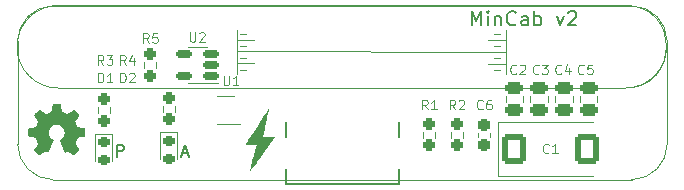
<source format=gto>
G04 #@! TF.GenerationSoftware,KiCad,Pcbnew,(6.0.0)*
G04 #@! TF.CreationDate,2022-02-03T13:29:45+01:00*
G04 #@! TF.ProjectId,MinCab,4d696e43-6162-42e6-9b69-6361645f7063,rev?*
G04 #@! TF.SameCoordinates,Original*
G04 #@! TF.FileFunction,Legend,Top*
G04 #@! TF.FilePolarity,Positive*
%FSLAX46Y46*%
G04 Gerber Fmt 4.6, Leading zero omitted, Abs format (unit mm)*
G04 Created by KiCad (PCBNEW (6.0.0)) date 2022-02-03 13:29:45*
%MOMM*%
%LPD*%
G01*
G04 APERTURE LIST*
G04 Aperture macros list*
%AMRoundRect*
0 Rectangle with rounded corners*
0 $1 Rounding radius*
0 $2 $3 $4 $5 $6 $7 $8 $9 X,Y pos of 4 corners*
0 Add a 4 corners polygon primitive as box body*
4,1,4,$2,$3,$4,$5,$6,$7,$8,$9,$2,$3,0*
0 Add four circle primitives for the rounded corners*
1,1,$1+$1,$2,$3*
1,1,$1+$1,$4,$5*
1,1,$1+$1,$6,$7*
1,1,$1+$1,$8,$9*
0 Add four rect primitives between the rounded corners*
20,1,$1+$1,$2,$3,$4,$5,0*
20,1,$1+$1,$4,$5,$6,$7,0*
20,1,$1+$1,$6,$7,$8,$9,0*
20,1,$1+$1,$8,$9,$2,$3,0*%
G04 Aperture macros list end*
G04 #@! TA.AperFunction,Profile*
%ADD10C,0.050000*%
G04 #@! TD*
%ADD11C,0.200000*%
%ADD12C,0.120000*%
%ADD13RoundRect,0.250000X0.475000X-0.250000X0.475000X0.250000X-0.475000X0.250000X-0.475000X-0.250000X0*%
%ADD14RoundRect,0.150000X0.512500X0.150000X-0.512500X0.150000X-0.512500X-0.150000X0.512500X-0.150000X0*%
%ADD15R,0.200000X0.700000*%
%ADD16C,6.000000*%
%ADD17RoundRect,0.237500X-0.237500X0.250000X-0.237500X-0.250000X0.237500X-0.250000X0.237500X0.250000X0*%
%ADD18RoundRect,0.237500X0.237500X-0.250000X0.237500X0.250000X-0.237500X0.250000X-0.237500X-0.250000X0*%
%ADD19R,0.650000X0.400000*%
%ADD20RoundRect,0.218750X-0.256250X0.218750X-0.256250X-0.218750X0.256250X-0.218750X0.256250X0.218750X0*%
%ADD21C,0.650000*%
%ADD22R,0.600000X1.150000*%
%ADD23R,0.300000X1.150000*%
%ADD24O,1.050000X2.100000*%
%ADD25O,1.000000X2.000000*%
%ADD26RoundRect,0.237500X-0.237500X0.300000X-0.237500X-0.300000X0.237500X-0.300000X0.237500X0.300000X0*%
%ADD27RoundRect,0.250000X-0.787500X-1.025000X0.787500X-1.025000X0.787500X1.025000X-0.787500X1.025000X0*%
G04 APERTURE END LIST*
D10*
X117300000Y-91200000D02*
G75*
G03*
X120300000Y-94200000I3000001J1D01*
G01*
X172300000Y-82500000D02*
X172300000Y-91200000D01*
X169300000Y-94200000D02*
X120300000Y-94200000D01*
X172300000Y-82500000D02*
G75*
G03*
X169300000Y-79500000I-3000001J-1D01*
G01*
X169300000Y-94200000D02*
G75*
G03*
X172300000Y-91200000I-1J3000001D01*
G01*
X120300000Y-79500000D02*
X169300000Y-79500000D01*
X120300000Y-79500000D02*
G75*
G03*
X117300000Y-82500000I1J-3000001D01*
G01*
X117300000Y-82500000D02*
X117300000Y-91200000D01*
D11*
X131261904Y-91966666D02*
X131738095Y-91966666D01*
X131166666Y-92252380D02*
X131500000Y-91252380D01*
X131833333Y-92252380D01*
X155750000Y-81142857D02*
X155750000Y-79942857D01*
X156150000Y-80800000D01*
X156550000Y-79942857D01*
X156550000Y-81142857D01*
X157121428Y-81142857D02*
X157121428Y-80342857D01*
X157121428Y-79942857D02*
X157064285Y-80000000D01*
X157121428Y-80057142D01*
X157178571Y-80000000D01*
X157121428Y-79942857D01*
X157121428Y-80057142D01*
X157692857Y-80342857D02*
X157692857Y-81142857D01*
X157692857Y-80457142D02*
X157750000Y-80400000D01*
X157864285Y-80342857D01*
X158035714Y-80342857D01*
X158150000Y-80400000D01*
X158207142Y-80514285D01*
X158207142Y-81142857D01*
X159464285Y-81028571D02*
X159407142Y-81085714D01*
X159235714Y-81142857D01*
X159121428Y-81142857D01*
X158950000Y-81085714D01*
X158835714Y-80971428D01*
X158778571Y-80857142D01*
X158721428Y-80628571D01*
X158721428Y-80457142D01*
X158778571Y-80228571D01*
X158835714Y-80114285D01*
X158950000Y-80000000D01*
X159121428Y-79942857D01*
X159235714Y-79942857D01*
X159407142Y-80000000D01*
X159464285Y-80057142D01*
X160492857Y-81142857D02*
X160492857Y-80514285D01*
X160435714Y-80400000D01*
X160321428Y-80342857D01*
X160092857Y-80342857D01*
X159978571Y-80400000D01*
X160492857Y-81085714D02*
X160378571Y-81142857D01*
X160092857Y-81142857D01*
X159978571Y-81085714D01*
X159921428Y-80971428D01*
X159921428Y-80857142D01*
X159978571Y-80742857D01*
X160092857Y-80685714D01*
X160378571Y-80685714D01*
X160492857Y-80628571D01*
X161064285Y-81142857D02*
X161064285Y-79942857D01*
X161064285Y-80400000D02*
X161178571Y-80342857D01*
X161407142Y-80342857D01*
X161521428Y-80400000D01*
X161578571Y-80457142D01*
X161635714Y-80571428D01*
X161635714Y-80914285D01*
X161578571Y-81028571D01*
X161521428Y-81085714D01*
X161407142Y-81142857D01*
X161178571Y-81142857D01*
X161064285Y-81085714D01*
X162950000Y-80342857D02*
X163235714Y-81142857D01*
X163521428Y-80342857D01*
X163921428Y-80057142D02*
X163978571Y-80000000D01*
X164092857Y-79942857D01*
X164378571Y-79942857D01*
X164492857Y-80000000D01*
X164550000Y-80057142D01*
X164607142Y-80171428D01*
X164607142Y-80285714D01*
X164550000Y-80457142D01*
X163864285Y-81142857D01*
X164607142Y-81142857D01*
X125738095Y-92252380D02*
X125738095Y-91252380D01*
X126119047Y-91252380D01*
X126214285Y-91300000D01*
X126261904Y-91347619D01*
X126309523Y-91442857D01*
X126309523Y-91585714D01*
X126261904Y-91680952D01*
X126214285Y-91728571D01*
X126119047Y-91776190D01*
X125738095Y-91776190D01*
D12*
X159516666Y-85185714D02*
X159478571Y-85223809D01*
X159364285Y-85261904D01*
X159288095Y-85261904D01*
X159173809Y-85223809D01*
X159097619Y-85147619D01*
X159059523Y-85071428D01*
X159021428Y-84919047D01*
X159021428Y-84804761D01*
X159059523Y-84652380D01*
X159097619Y-84576190D01*
X159173809Y-84500000D01*
X159288095Y-84461904D01*
X159364285Y-84461904D01*
X159478571Y-84500000D01*
X159516666Y-84538095D01*
X159821428Y-84538095D02*
X159859523Y-84500000D01*
X159935714Y-84461904D01*
X160126190Y-84461904D01*
X160202380Y-84500000D01*
X160240476Y-84538095D01*
X160278571Y-84614285D01*
X160278571Y-84690476D01*
X160240476Y-84804761D01*
X159783333Y-85261904D01*
X160278571Y-85261904D01*
X161416666Y-85185714D02*
X161378571Y-85223809D01*
X161264285Y-85261904D01*
X161188095Y-85261904D01*
X161073809Y-85223809D01*
X160997619Y-85147619D01*
X160959523Y-85071428D01*
X160921428Y-84919047D01*
X160921428Y-84804761D01*
X160959523Y-84652380D01*
X160997619Y-84576190D01*
X161073809Y-84500000D01*
X161188095Y-84461904D01*
X161264285Y-84461904D01*
X161378571Y-84500000D01*
X161416666Y-84538095D01*
X161683333Y-84461904D02*
X162178571Y-84461904D01*
X161911904Y-84766666D01*
X162026190Y-84766666D01*
X162102380Y-84804761D01*
X162140476Y-84842857D01*
X162178571Y-84919047D01*
X162178571Y-85109523D01*
X162140476Y-85185714D01*
X162102380Y-85223809D01*
X162026190Y-85261904D01*
X161797619Y-85261904D01*
X161721428Y-85223809D01*
X161683333Y-85185714D01*
X131890476Y-81711904D02*
X131890476Y-82359523D01*
X131928571Y-82435714D01*
X131966666Y-82473809D01*
X132042857Y-82511904D01*
X132195238Y-82511904D01*
X132271428Y-82473809D01*
X132309523Y-82435714D01*
X132347619Y-82359523D01*
X132347619Y-81711904D01*
X132690476Y-81788095D02*
X132728571Y-81750000D01*
X132804761Y-81711904D01*
X132995238Y-81711904D01*
X133071428Y-81750000D01*
X133109523Y-81788095D01*
X133147619Y-81864285D01*
X133147619Y-81940476D01*
X133109523Y-82054761D01*
X132652380Y-82511904D01*
X133147619Y-82511904D01*
X154366666Y-88261904D02*
X154100000Y-87880952D01*
X153909523Y-88261904D02*
X153909523Y-87461904D01*
X154214285Y-87461904D01*
X154290476Y-87500000D01*
X154328571Y-87538095D01*
X154366666Y-87614285D01*
X154366666Y-87728571D01*
X154328571Y-87804761D01*
X154290476Y-87842857D01*
X154214285Y-87880952D01*
X153909523Y-87880952D01*
X154671428Y-87538095D02*
X154709523Y-87500000D01*
X154785714Y-87461904D01*
X154976190Y-87461904D01*
X155052380Y-87500000D01*
X155090476Y-87538095D01*
X155128571Y-87614285D01*
X155128571Y-87690476D01*
X155090476Y-87804761D01*
X154633333Y-88261904D01*
X155128571Y-88261904D01*
X128416666Y-82611904D02*
X128150000Y-82230952D01*
X127959523Y-82611904D02*
X127959523Y-81811904D01*
X128264285Y-81811904D01*
X128340476Y-81850000D01*
X128378571Y-81888095D01*
X128416666Y-81964285D01*
X128416666Y-82078571D01*
X128378571Y-82154761D01*
X128340476Y-82192857D01*
X128264285Y-82230952D01*
X127959523Y-82230952D01*
X129140476Y-81811904D02*
X128759523Y-81811904D01*
X128721428Y-82192857D01*
X128759523Y-82154761D01*
X128835714Y-82116666D01*
X129026190Y-82116666D01*
X129102380Y-82154761D01*
X129140476Y-82192857D01*
X129178571Y-82269047D01*
X129178571Y-82459523D01*
X129140476Y-82535714D01*
X129102380Y-82573809D01*
X129026190Y-82611904D01*
X128835714Y-82611904D01*
X128759523Y-82573809D01*
X128721428Y-82535714D01*
X124566666Y-84461904D02*
X124300000Y-84080952D01*
X124109523Y-84461904D02*
X124109523Y-83661904D01*
X124414285Y-83661904D01*
X124490476Y-83700000D01*
X124528571Y-83738095D01*
X124566666Y-83814285D01*
X124566666Y-83928571D01*
X124528571Y-84004761D01*
X124490476Y-84042857D01*
X124414285Y-84080952D01*
X124109523Y-84080952D01*
X124833333Y-83661904D02*
X125328571Y-83661904D01*
X125061904Y-83966666D01*
X125176190Y-83966666D01*
X125252380Y-84004761D01*
X125290476Y-84042857D01*
X125328571Y-84119047D01*
X125328571Y-84309523D01*
X125290476Y-84385714D01*
X125252380Y-84423809D01*
X125176190Y-84461904D01*
X124947619Y-84461904D01*
X124871428Y-84423809D01*
X124833333Y-84385714D01*
X134740476Y-85411904D02*
X134740476Y-86059523D01*
X134778571Y-86135714D01*
X134816666Y-86173809D01*
X134892857Y-86211904D01*
X135045238Y-86211904D01*
X135121428Y-86173809D01*
X135159523Y-86135714D01*
X135197619Y-86059523D01*
X135197619Y-85411904D01*
X135997619Y-86211904D02*
X135540476Y-86211904D01*
X135769047Y-86211904D02*
X135769047Y-85411904D01*
X135692857Y-85526190D01*
X135616666Y-85602380D01*
X135540476Y-85640476D01*
X126466666Y-84461904D02*
X126200000Y-84080952D01*
X126009523Y-84461904D02*
X126009523Y-83661904D01*
X126314285Y-83661904D01*
X126390476Y-83700000D01*
X126428571Y-83738095D01*
X126466666Y-83814285D01*
X126466666Y-83928571D01*
X126428571Y-84004761D01*
X126390476Y-84042857D01*
X126314285Y-84080952D01*
X126009523Y-84080952D01*
X127152380Y-83928571D02*
X127152380Y-84461904D01*
X126961904Y-83623809D02*
X126771428Y-84195238D01*
X127266666Y-84195238D01*
X124109523Y-85961904D02*
X124109523Y-85161904D01*
X124300000Y-85161904D01*
X124414285Y-85200000D01*
X124490476Y-85276190D01*
X124528571Y-85352380D01*
X124566666Y-85504761D01*
X124566666Y-85619047D01*
X124528571Y-85771428D01*
X124490476Y-85847619D01*
X124414285Y-85923809D01*
X124300000Y-85961904D01*
X124109523Y-85961904D01*
X125328571Y-85961904D02*
X124871428Y-85961904D01*
X125100000Y-85961904D02*
X125100000Y-85161904D01*
X125023809Y-85276190D01*
X124947619Y-85352380D01*
X124871428Y-85390476D01*
X165216666Y-85185714D02*
X165178571Y-85223809D01*
X165064285Y-85261904D01*
X164988095Y-85261904D01*
X164873809Y-85223809D01*
X164797619Y-85147619D01*
X164759523Y-85071428D01*
X164721428Y-84919047D01*
X164721428Y-84804761D01*
X164759523Y-84652380D01*
X164797619Y-84576190D01*
X164873809Y-84500000D01*
X164988095Y-84461904D01*
X165064285Y-84461904D01*
X165178571Y-84500000D01*
X165216666Y-84538095D01*
X165940476Y-84461904D02*
X165559523Y-84461904D01*
X165521428Y-84842857D01*
X165559523Y-84804761D01*
X165635714Y-84766666D01*
X165826190Y-84766666D01*
X165902380Y-84804761D01*
X165940476Y-84842857D01*
X165978571Y-84919047D01*
X165978571Y-85109523D01*
X165940476Y-85185714D01*
X165902380Y-85223809D01*
X165826190Y-85261904D01*
X165635714Y-85261904D01*
X165559523Y-85223809D01*
X165521428Y-85185714D01*
X163316666Y-85185714D02*
X163278571Y-85223809D01*
X163164285Y-85261904D01*
X163088095Y-85261904D01*
X162973809Y-85223809D01*
X162897619Y-85147619D01*
X162859523Y-85071428D01*
X162821428Y-84919047D01*
X162821428Y-84804761D01*
X162859523Y-84652380D01*
X162897619Y-84576190D01*
X162973809Y-84500000D01*
X163088095Y-84461904D01*
X163164285Y-84461904D01*
X163278571Y-84500000D01*
X163316666Y-84538095D01*
X164002380Y-84728571D02*
X164002380Y-85261904D01*
X163811904Y-84423809D02*
X163621428Y-84995238D01*
X164116666Y-84995238D01*
X152016666Y-88261904D02*
X151750000Y-87880952D01*
X151559523Y-88261904D02*
X151559523Y-87461904D01*
X151864285Y-87461904D01*
X151940476Y-87500000D01*
X151978571Y-87538095D01*
X152016666Y-87614285D01*
X152016666Y-87728571D01*
X151978571Y-87804761D01*
X151940476Y-87842857D01*
X151864285Y-87880952D01*
X151559523Y-87880952D01*
X152778571Y-88261904D02*
X152321428Y-88261904D01*
X152550000Y-88261904D02*
X152550000Y-87461904D01*
X152473809Y-87576190D01*
X152397619Y-87652380D01*
X152321428Y-87690476D01*
X156666666Y-88185714D02*
X156628571Y-88223809D01*
X156514285Y-88261904D01*
X156438095Y-88261904D01*
X156323809Y-88223809D01*
X156247619Y-88147619D01*
X156209523Y-88071428D01*
X156171428Y-87919047D01*
X156171428Y-87804761D01*
X156209523Y-87652380D01*
X156247619Y-87576190D01*
X156323809Y-87500000D01*
X156438095Y-87461904D01*
X156514285Y-87461904D01*
X156628571Y-87500000D01*
X156666666Y-87538095D01*
X157352380Y-87461904D02*
X157200000Y-87461904D01*
X157123809Y-87500000D01*
X157085714Y-87538095D01*
X157009523Y-87652380D01*
X156971428Y-87804761D01*
X156971428Y-88109523D01*
X157009523Y-88185714D01*
X157047619Y-88223809D01*
X157123809Y-88261904D01*
X157276190Y-88261904D01*
X157352380Y-88223809D01*
X157390476Y-88185714D01*
X157428571Y-88109523D01*
X157428571Y-87919047D01*
X157390476Y-87842857D01*
X157352380Y-87804761D01*
X157276190Y-87766666D01*
X157123809Y-87766666D01*
X157047619Y-87804761D01*
X157009523Y-87842857D01*
X156971428Y-87919047D01*
X162266666Y-91885714D02*
X162228571Y-91923809D01*
X162114285Y-91961904D01*
X162038095Y-91961904D01*
X161923809Y-91923809D01*
X161847619Y-91847619D01*
X161809523Y-91771428D01*
X161771428Y-91619047D01*
X161771428Y-91504761D01*
X161809523Y-91352380D01*
X161847619Y-91276190D01*
X161923809Y-91200000D01*
X162038095Y-91161904D01*
X162114285Y-91161904D01*
X162228571Y-91200000D01*
X162266666Y-91238095D01*
X163028571Y-91961904D02*
X162571428Y-91961904D01*
X162800000Y-91961904D02*
X162800000Y-91161904D01*
X162723809Y-91276190D01*
X162647619Y-91352380D01*
X162571428Y-91390476D01*
X126009523Y-85961904D02*
X126009523Y-85161904D01*
X126200000Y-85161904D01*
X126314285Y-85200000D01*
X126390476Y-85276190D01*
X126428571Y-85352380D01*
X126466666Y-85504761D01*
X126466666Y-85619047D01*
X126428571Y-85771428D01*
X126390476Y-85847619D01*
X126314285Y-85923809D01*
X126200000Y-85961904D01*
X126009523Y-85961904D01*
X126771428Y-85238095D02*
X126809523Y-85200000D01*
X126885714Y-85161904D01*
X127076190Y-85161904D01*
X127152380Y-85200000D01*
X127190476Y-85238095D01*
X127228571Y-85314285D01*
X127228571Y-85390476D01*
X127190476Y-85504761D01*
X126733333Y-85961904D01*
X127228571Y-85961904D01*
X160085000Y-87661252D02*
X160085000Y-87138748D01*
X158615000Y-87661252D02*
X158615000Y-87138748D01*
X162185000Y-87661252D02*
X162185000Y-87138748D01*
X160715000Y-87661252D02*
X160715000Y-87138748D01*
G36*
X138591850Y-88169222D02*
G01*
X138583849Y-88215414D01*
X138571875Y-88267449D01*
X138551715Y-88360018D01*
X138524770Y-88486418D01*
X138492441Y-88639949D01*
X138456131Y-88813910D01*
X138417240Y-89001599D01*
X138377169Y-89196315D01*
X138337322Y-89391357D01*
X138317977Y-89486622D01*
X138283719Y-89654936D01*
X138246041Y-89838776D01*
X138208768Y-90019564D01*
X138175721Y-90178723D01*
X138165088Y-90229567D01*
X138135841Y-90376481D01*
X138118947Y-90480291D01*
X138113989Y-90544367D01*
X138120553Y-90572081D01*
X138122669Y-90573375D01*
X138154189Y-90577416D01*
X138226172Y-90582568D01*
X138330907Y-90588408D01*
X138460684Y-90594514D01*
X138607792Y-90600465D01*
X138638276Y-90601587D01*
X139126418Y-90619260D01*
X138087369Y-92029032D01*
X137874713Y-92317591D01*
X137688915Y-92569721D01*
X137528201Y-92787765D01*
X137390794Y-92974064D01*
X137274921Y-93130960D01*
X137178805Y-93260795D01*
X137100673Y-93365910D01*
X137038748Y-93448647D01*
X136991255Y-93511347D01*
X136956420Y-93556353D01*
X136932468Y-93586006D01*
X136917622Y-93602648D01*
X136910109Y-93608620D01*
X136908152Y-93606264D01*
X136909978Y-93597922D01*
X136913810Y-93585936D01*
X136917873Y-93572647D01*
X136918221Y-93571347D01*
X136943162Y-93477515D01*
X136978757Y-93345181D01*
X137022831Y-93182302D01*
X137073211Y-92996835D01*
X137127723Y-92796735D01*
X137184193Y-92589961D01*
X137240447Y-92384469D01*
X137294311Y-92188215D01*
X137343612Y-92009158D01*
X137386176Y-91855253D01*
X137419829Y-91734457D01*
X137428472Y-91703700D01*
X137466764Y-91563716D01*
X137498072Y-91441106D01*
X137520728Y-91343087D01*
X137533063Y-91276875D01*
X137533424Y-91249699D01*
X137507177Y-91247881D01*
X137440420Y-91248318D01*
X137340777Y-91250816D01*
X137215875Y-91255182D01*
X137073337Y-91261222D01*
X137065981Y-91261560D01*
X136922087Y-91267833D01*
X136794808Y-91272691D01*
X136691947Y-91275892D01*
X136621310Y-91277195D01*
X136590701Y-91276358D01*
X136590424Y-91276279D01*
X136586979Y-91275416D01*
X136584521Y-91273703D01*
X136584463Y-91268907D01*
X136588217Y-91258797D01*
X136597195Y-91241143D01*
X136612809Y-91213711D01*
X136636472Y-91174272D01*
X136669596Y-91120594D01*
X136713592Y-91050445D01*
X136769873Y-90961594D01*
X136839851Y-90851810D01*
X136924939Y-90718862D01*
X137026548Y-90560517D01*
X137146090Y-90374546D01*
X137284978Y-90158716D01*
X137444624Y-89910796D01*
X137626441Y-89628555D01*
X137831839Y-89309762D01*
X138009115Y-89034624D01*
X138100252Y-88892946D01*
X138198951Y-88739131D01*
X138295130Y-88588913D01*
X138378710Y-88458025D01*
X138402762Y-88420256D01*
X138467206Y-88320365D01*
X138522650Y-88237060D01*
X138563968Y-88177848D01*
X138586035Y-88150237D01*
X138587862Y-88149146D01*
X138591850Y-88169222D01*
G37*
X132500000Y-86060000D02*
X131700000Y-86060000D01*
X132500000Y-86060000D02*
X134300000Y-86060000D01*
X132500000Y-82940000D02*
X133300000Y-82940000D01*
X132500000Y-82940000D02*
X131700000Y-82940000D01*
X158150000Y-84910000D02*
X157650000Y-84910000D01*
X158650000Y-84410000D02*
X157150000Y-84410000D01*
X135850000Y-85300000D02*
X135850000Y-81520000D01*
X135850000Y-83350000D02*
X158650000Y-83410000D01*
X158150000Y-82910000D02*
X157650000Y-82910000D01*
X136150000Y-82910000D02*
X136650000Y-82910000D01*
X135850000Y-84350000D02*
X137350000Y-84350000D01*
X136600000Y-81910000D02*
X136150000Y-81910000D01*
X158650000Y-85300000D02*
X158650000Y-81520000D01*
X158150000Y-83910000D02*
X157650000Y-83910000D01*
X135850000Y-82350000D02*
X137350000Y-82350000D01*
X168750000Y-79450000D02*
X120750000Y-79450000D01*
X158650000Y-82410000D02*
X157150000Y-82410000D01*
X136150000Y-83910000D02*
X136650000Y-83910000D01*
X136650000Y-84910000D02*
X136150000Y-84910000D01*
X158150000Y-81910000D02*
X157650000Y-81910000D01*
X120750000Y-86450000D02*
X168750000Y-86450000D01*
X168750000Y-86450000D02*
G75*
G03*
X172250000Y-82950000I1J3499999D01*
G01*
X117250000Y-82950000D02*
G75*
G03*
X120750000Y-86450000I3499999J-1D01*
G01*
X120750000Y-79450000D02*
G75*
G03*
X117250000Y-82950000I-1J-3499999D01*
G01*
X168750000Y-86450000D02*
G75*
G03*
X168750000Y-79450000I0J3500000D01*
G01*
X155022500Y-90145276D02*
X155022500Y-90654724D01*
X153977500Y-90145276D02*
X153977500Y-90654724D01*
X127977500Y-84754724D02*
X127977500Y-84245276D01*
X129022500Y-84754724D02*
X129022500Y-84245276D01*
X124077500Y-88542224D02*
X124077500Y-88032776D01*
X125122500Y-88542224D02*
X125122500Y-88032776D01*
X135600000Y-87140000D02*
X134200000Y-87140000D01*
X134200000Y-89460000D02*
X136100000Y-89460000D01*
X130622500Y-88454724D02*
X130622500Y-87945276D01*
X129577500Y-88454724D02*
X129577500Y-87945276D01*
X125335000Y-92587500D02*
X125335000Y-90302500D01*
X123865000Y-90302500D02*
X123865000Y-92587500D01*
X125335000Y-90302500D02*
X123865000Y-90302500D01*
X164915000Y-87661252D02*
X164915000Y-87138748D01*
X166385000Y-87661252D02*
X166385000Y-87138748D01*
X162815000Y-87661252D02*
X162815000Y-87138748D01*
X164285000Y-87661252D02*
X164285000Y-87138748D01*
G36*
X120948336Y-87818259D02*
G01*
X120952832Y-87834584D01*
X120960416Y-87868775D01*
X120970504Y-87917917D01*
X120982514Y-87979092D01*
X120995863Y-88049386D01*
X121009968Y-88125879D01*
X121011447Y-88134029D01*
X121025411Y-88210490D01*
X121038429Y-88280607D01*
X121049960Y-88341563D01*
X121059465Y-88390541D01*
X121066403Y-88424723D01*
X121070235Y-88441293D01*
X121070465Y-88441978D01*
X121082177Y-88452173D01*
X121109370Y-88467841D01*
X121147871Y-88486769D01*
X121189160Y-88504936D01*
X121287071Y-88545678D01*
X121366709Y-88578443D01*
X121429159Y-88603660D01*
X121475508Y-88621758D01*
X121506840Y-88633167D01*
X121524241Y-88638316D01*
X121527403Y-88638720D01*
X121539126Y-88632960D01*
X121565945Y-88616659D01*
X121605603Y-88591290D01*
X121655842Y-88558322D01*
X121714405Y-88519228D01*
X121779034Y-88475478D01*
X121802686Y-88459327D01*
X121869231Y-88414214D01*
X121930853Y-88373260D01*
X121985230Y-88337944D01*
X122030039Y-88309744D01*
X122062957Y-88290141D01*
X122081662Y-88280615D01*
X122084363Y-88279934D01*
X122097627Y-88287276D01*
X122122966Y-88307765D01*
X122158083Y-88339089D01*
X122200680Y-88378940D01*
X122248460Y-88425006D01*
X122299127Y-88474978D01*
X122350382Y-88526546D01*
X122399930Y-88577400D01*
X122445473Y-88625231D01*
X122484713Y-88667728D01*
X122515354Y-88702581D01*
X122535098Y-88727480D01*
X122541670Y-88739794D01*
X122535860Y-88755891D01*
X122519883Y-88785425D01*
X122495923Y-88824714D01*
X122466161Y-88870079D01*
X122453092Y-88889144D01*
X122384868Y-88987779D01*
X122328288Y-89070390D01*
X122282644Y-89138067D01*
X122247229Y-89191900D01*
X122221335Y-89232979D01*
X122204254Y-89262392D01*
X122195277Y-89281230D01*
X122193436Y-89288875D01*
X122197528Y-89304236D01*
X122208808Y-89335324D01*
X122225781Y-89378630D01*
X122246951Y-89430644D01*
X122270826Y-89487857D01*
X122295909Y-89546759D01*
X122320705Y-89603841D01*
X122343721Y-89655593D01*
X122363461Y-89698506D01*
X122378430Y-89729071D01*
X122387134Y-89743779D01*
X122387249Y-89743903D01*
X122397212Y-89749379D01*
X122418813Y-89756294D01*
X122453423Y-89764937D01*
X122502416Y-89775595D01*
X122567161Y-89788559D01*
X122649031Y-89804116D01*
X122749398Y-89822554D01*
X122831865Y-89837414D01*
X122887140Y-89847694D01*
X122936557Y-89857588D01*
X122975586Y-89866139D01*
X122999699Y-89872389D01*
X123003344Y-89873671D01*
X123027088Y-89883469D01*
X123027088Y-90204257D01*
X123026895Y-90299779D01*
X123026266Y-90376096D01*
X123025121Y-90435105D01*
X123023382Y-90478705D01*
X123020972Y-90508791D01*
X123017810Y-90527261D01*
X123013821Y-90536012D01*
X123013373Y-90536425D01*
X122999744Y-90541257D01*
X122968141Y-90549196D01*
X122921367Y-90559641D01*
X122862224Y-90571992D01*
X122793514Y-90585648D01*
X122718041Y-90600006D01*
X122709987Y-90601502D01*
X122614135Y-90619652D01*
X122537855Y-90634983D01*
X122479846Y-90647797D01*
X122438809Y-90658400D01*
X122413443Y-90667094D01*
X122403247Y-90673194D01*
X122393024Y-90689679D01*
X122377457Y-90721883D01*
X122357845Y-90766444D01*
X122335490Y-90820000D01*
X122311692Y-90879187D01*
X122287753Y-90940644D01*
X122264972Y-91001008D01*
X122244650Y-91056915D01*
X122228089Y-91105005D01*
X122216589Y-91141913D01*
X122211451Y-91164277D01*
X122211565Y-91168710D01*
X122219780Y-91183582D01*
X122237789Y-91212204D01*
X122263287Y-91251034D01*
X122293967Y-91296531D01*
X122309425Y-91319069D01*
X122349073Y-91376571D01*
X122391891Y-91438675D01*
X122433020Y-91498333D01*
X122467600Y-91548498D01*
X122471026Y-91553469D01*
X122498874Y-91595415D01*
X122521549Y-91632509D01*
X122536617Y-91660564D01*
X122541670Y-91674916D01*
X122534481Y-91686370D01*
X122514404Y-91710246D01*
X122483680Y-91744266D01*
X122444546Y-91786157D01*
X122399241Y-91833641D01*
X122350005Y-91884443D01*
X122299074Y-91936288D01*
X122248689Y-91986901D01*
X122201088Y-92034004D01*
X122158509Y-92075323D01*
X122123191Y-92108582D01*
X122097373Y-92131506D01*
X122083293Y-92141818D01*
X122082016Y-92142169D01*
X122069167Y-92136521D01*
X122043269Y-92121287D01*
X122008531Y-92099034D01*
X121981857Y-92081099D01*
X121887448Y-92016478D01*
X121808959Y-91962850D01*
X121744929Y-91919236D01*
X121693900Y-91884657D01*
X121654409Y-91858132D01*
X121624997Y-91838682D01*
X121604203Y-91825328D01*
X121590568Y-91817091D01*
X121582630Y-91812990D01*
X121581388Y-91812505D01*
X121566208Y-91815000D01*
X121536979Y-91825998D01*
X121498060Y-91843680D01*
X121458466Y-91863746D01*
X121413840Y-91886485D01*
X121374352Y-91904892D01*
X121344641Y-91916909D01*
X121330347Y-91920565D01*
X121320206Y-91917047D01*
X121309104Y-91904670D01*
X121295492Y-91880698D01*
X121277818Y-91842396D01*
X121254533Y-91787027D01*
X121254120Y-91786020D01*
X121237200Y-91744901D01*
X121213506Y-91687498D01*
X121184364Y-91617014D01*
X121151101Y-91536653D01*
X121115042Y-91449620D01*
X121077515Y-91359118D01*
X121041433Y-91272178D01*
X121006389Y-91187382D01*
X120973946Y-91108122D01*
X120945000Y-91036642D01*
X120920445Y-90975183D01*
X120901175Y-90925991D01*
X120888087Y-90891308D01*
X120882074Y-90873378D01*
X120881794Y-90871957D01*
X120886339Y-90858028D01*
X120903519Y-90838092D01*
X120935106Y-90810416D01*
X120981517Y-90774283D01*
X121065418Y-90705137D01*
X121131879Y-90636379D01*
X121184152Y-90564242D01*
X121219164Y-90498946D01*
X121259925Y-90387646D01*
X121280746Y-90274037D01*
X121282037Y-90160417D01*
X121264204Y-90049081D01*
X121227655Y-89942326D01*
X121172799Y-89842451D01*
X121100042Y-89751751D01*
X121083537Y-89735069D01*
X121004921Y-89669778D01*
X120915488Y-89614995D01*
X120822216Y-89574719D01*
X120783147Y-89562980D01*
X120724832Y-89552688D01*
X120654331Y-89547402D01*
X120579672Y-89547131D01*
X120508888Y-89551887D01*
X120450007Y-89561679D01*
X120446567Y-89562546D01*
X120338962Y-89601088D01*
X120239447Y-89657801D01*
X120150300Y-89730569D01*
X120073800Y-89817274D01*
X120012225Y-89915800D01*
X119975844Y-90000000D01*
X119962588Y-90052790D01*
X119953859Y-90119311D01*
X119949735Y-90193173D01*
X119950298Y-90267988D01*
X119955628Y-90337369D01*
X119965804Y-90394927D01*
X119970679Y-90411550D01*
X120015134Y-90515073D01*
X120075778Y-90609281D01*
X120154129Y-90696131D01*
X120251707Y-90777584D01*
X120258498Y-90782555D01*
X120302650Y-90816586D01*
X120332402Y-90843809D01*
X120346041Y-90862601D01*
X120346739Y-90866101D01*
X120342814Y-90880828D01*
X120331766Y-90912164D01*
X120314686Y-90957278D01*
X120292667Y-91013337D01*
X120266799Y-91077511D01*
X120242486Y-91136599D01*
X120206763Y-91222651D01*
X120165887Y-91321149D01*
X120122785Y-91425040D01*
X120080383Y-91527272D01*
X120041605Y-91620794D01*
X120029542Y-91649894D01*
X119999716Y-91720676D01*
X119971914Y-91784422D01*
X119947315Y-91838598D01*
X119927096Y-91880672D01*
X119912437Y-91908110D01*
X119904711Y-91918321D01*
X119889216Y-91916173D01*
X119859601Y-91905521D01*
X119820202Y-91888100D01*
X119782612Y-91869451D01*
X119737991Y-91847268D01*
X119698409Y-91829421D01*
X119668618Y-91817944D01*
X119654659Y-91814713D01*
X119640359Y-91820620D01*
X119611333Y-91837097D01*
X119570102Y-91862550D01*
X119519185Y-91895388D01*
X119461106Y-91934017D01*
X119401397Y-91974760D01*
X119338915Y-92017618D01*
X119281371Y-92056531D01*
X119231263Y-92089855D01*
X119191088Y-92115945D01*
X119163341Y-92133157D01*
X119150763Y-92139791D01*
X119140744Y-92137293D01*
X119122964Y-92125499D01*
X119096227Y-92103333D01*
X119059337Y-92069720D01*
X119011098Y-92023583D01*
X118950315Y-91963847D01*
X118905416Y-91919120D01*
X118848899Y-91862213D01*
X118797551Y-91809760D01*
X118753202Y-91763692D01*
X118717686Y-91725939D01*
X118692832Y-91698433D01*
X118680474Y-91683105D01*
X118679435Y-91680891D01*
X118683697Y-91670510D01*
X118696833Y-91647970D01*
X118719363Y-91612481D01*
X118751811Y-91563256D01*
X118794700Y-91499506D01*
X118848551Y-91420443D01*
X118913886Y-91325277D01*
X118943623Y-91282135D01*
X118971995Y-91239385D01*
X118995258Y-91201238D01*
X119010991Y-91171881D01*
X119016773Y-91155603D01*
X119012977Y-91137217D01*
X119002192Y-91103601D01*
X118985793Y-91058096D01*
X118965154Y-91004044D01*
X118941651Y-90944785D01*
X118916660Y-90883661D01*
X118891556Y-90824014D01*
X118867714Y-90769183D01*
X118846510Y-90722511D01*
X118829320Y-90687339D01*
X118817518Y-90667008D01*
X118814211Y-90663523D01*
X118798887Y-90658860D01*
X118765871Y-90651134D01*
X118718248Y-90640988D01*
X118659105Y-90629064D01*
X118591526Y-90616006D01*
X118539519Y-90606289D01*
X118447775Y-90589363D01*
X118374617Y-90575645D01*
X118317885Y-90564481D01*
X118275415Y-90555220D01*
X118245046Y-90547209D01*
X118224616Y-90539796D01*
X118211961Y-90532328D01*
X118204921Y-90524153D01*
X118201332Y-90514619D01*
X118199129Y-90503588D01*
X118196656Y-90478795D01*
X118195035Y-90438212D01*
X118194201Y-90385113D01*
X118194085Y-90322775D01*
X118194621Y-90254473D01*
X118195742Y-90183484D01*
X118197379Y-90113082D01*
X118199468Y-90046544D01*
X118201939Y-89987147D01*
X118204726Y-89938164D01*
X118207762Y-89902873D01*
X118210979Y-89884550D01*
X118211847Y-89882959D01*
X118225096Y-89877892D01*
X118256404Y-89869704D01*
X118303053Y-89858990D01*
X118362327Y-89846343D01*
X118431510Y-89832358D01*
X118507884Y-89817627D01*
X118527872Y-89813881D01*
X118605325Y-89799237D01*
X118676019Y-89785462D01*
X118737293Y-89773109D01*
X118786485Y-89762726D01*
X118820935Y-89754867D01*
X118837981Y-89750081D01*
X118839241Y-89749401D01*
X118846999Y-89736161D01*
X118861211Y-89706856D01*
X118880411Y-89664915D01*
X118903136Y-89613767D01*
X118927920Y-89556842D01*
X118953299Y-89497570D01*
X118977807Y-89439379D01*
X118999980Y-89385699D01*
X119018353Y-89339960D01*
X119031461Y-89305591D01*
X119037840Y-89286022D01*
X119038222Y-89283549D01*
X119036526Y-89277859D01*
X119030730Y-89266821D01*
X119019773Y-89248837D01*
X119002594Y-89222305D01*
X118978133Y-89185625D01*
X118945327Y-89137197D01*
X118903117Y-89075422D01*
X118850442Y-88998697D01*
X118820582Y-88955297D01*
X118782329Y-88899288D01*
X118747981Y-88848171D01*
X118719435Y-88804837D01*
X118698587Y-88772174D01*
X118687336Y-88753074D01*
X118686115Y-88750421D01*
X118686533Y-88741891D01*
X118693485Y-88728480D01*
X118708318Y-88708663D01*
X118732376Y-88680918D01*
X118767006Y-88643724D01*
X118813555Y-88595556D01*
X118873368Y-88534894D01*
X118903016Y-88505074D01*
X118970990Y-88437524D01*
X119029588Y-88380710D01*
X119077750Y-88335609D01*
X119114414Y-88303196D01*
X119138520Y-88284446D01*
X119147869Y-88279934D01*
X119173163Y-88286626D01*
X119185127Y-88294155D01*
X119198604Y-88304161D01*
X119226718Y-88323976D01*
X119266603Y-88351615D01*
X119315392Y-88385095D01*
X119370218Y-88422433D01*
X119386456Y-88433441D01*
X119445860Y-88473710D01*
X119503264Y-88512692D01*
X119554937Y-88547849D01*
X119597150Y-88576642D01*
X119626171Y-88596534D01*
X119629165Y-88598599D01*
X119660717Y-88619087D01*
X119686595Y-88633543D01*
X119700625Y-88638707D01*
X119715516Y-88634729D01*
X119746184Y-88623770D01*
X119789068Y-88607303D01*
X119840608Y-88586806D01*
X119897246Y-88563754D01*
X119955420Y-88539623D01*
X120011571Y-88515889D01*
X120062140Y-88494027D01*
X120103565Y-88475514D01*
X120132289Y-88461825D01*
X120144530Y-88454671D01*
X120150751Y-88440181D01*
X120160015Y-88407030D01*
X120171868Y-88357369D01*
X120185858Y-88293350D01*
X120201532Y-88217126D01*
X120218440Y-88130847D01*
X120236126Y-88036665D01*
X120254141Y-87936734D01*
X120257778Y-87916046D01*
X120266326Y-87872474D01*
X120275136Y-87836195D01*
X120282791Y-87812752D01*
X120285467Y-87807882D01*
X120293762Y-87803875D01*
X120312478Y-87800689D01*
X120343418Y-87798250D01*
X120388384Y-87796486D01*
X120449180Y-87795324D01*
X120527608Y-87794692D01*
X120617347Y-87794516D01*
X120938134Y-87794516D01*
X120948336Y-87818259D01*
G37*
X151627500Y-90654724D02*
X151627500Y-90145276D01*
X152672500Y-90654724D02*
X152672500Y-90145276D01*
D11*
X149590000Y-89350000D02*
X149590000Y-90600000D01*
X140010000Y-93320000D02*
X140010000Y-94600000D01*
X149590000Y-94600000D02*
X149590000Y-93320000D01*
X140010000Y-89350000D02*
X140010000Y-90600000D01*
X140010000Y-94600000D02*
X149590000Y-94600000D01*
D12*
X156290000Y-90266233D02*
X156290000Y-90558767D01*
X157310000Y-90266233D02*
X157310000Y-90558767D01*
X157990000Y-93860000D02*
X166050000Y-93860000D01*
X166050000Y-89340000D02*
X157990000Y-89340000D01*
X157990000Y-89340000D02*
X157990000Y-93860000D01*
X129365000Y-90215000D02*
X129365000Y-92500000D01*
X130835000Y-90215000D02*
X129365000Y-90215000D01*
X130835000Y-92500000D02*
X130835000Y-90215000D01*
%LPC*%
D13*
X159350000Y-88350000D03*
X159350000Y-86450000D03*
X161450000Y-88350000D03*
X161450000Y-86450000D03*
D14*
X133637500Y-85450000D03*
X133637500Y-84500000D03*
X133637500Y-83550000D03*
X131362500Y-83550000D03*
X131362500Y-85450000D03*
D15*
X137450000Y-84950000D03*
X137450000Y-81870000D03*
X137850000Y-84950000D03*
X137850000Y-81870000D03*
X138250000Y-84950000D03*
X138250000Y-81870000D03*
X138650000Y-84950000D03*
X138650000Y-81870000D03*
X139050000Y-84950000D03*
X139050000Y-81870000D03*
X139450000Y-84950000D03*
X139450000Y-81870000D03*
X139850000Y-84950000D03*
X139850000Y-81870000D03*
X140250000Y-84950000D03*
X140250000Y-81870000D03*
X140650000Y-84950000D03*
X140650000Y-81870000D03*
X141050000Y-84950000D03*
X141050000Y-81870000D03*
X141450000Y-84950000D03*
X141450000Y-81870000D03*
X141850000Y-84950000D03*
X141850000Y-81870000D03*
X142250000Y-84950000D03*
X142250000Y-81870000D03*
X142650000Y-84950000D03*
X142650000Y-81870000D03*
X143050000Y-84950000D03*
X143050000Y-81870000D03*
X143450000Y-84950000D03*
X143450000Y-81870000D03*
X143850000Y-84950000D03*
X143850000Y-81870000D03*
X144250000Y-84950000D03*
X144250000Y-81870000D03*
X144650000Y-84950000D03*
X144650000Y-81870000D03*
X145050000Y-84950000D03*
X145050000Y-81870000D03*
X145450000Y-84950000D03*
X145450000Y-81870000D03*
X145850000Y-84950000D03*
X145850000Y-81870000D03*
X146250000Y-84950000D03*
X146250000Y-81870000D03*
X146650000Y-84950000D03*
X146650000Y-81870000D03*
X147050000Y-84950000D03*
X147050000Y-81870000D03*
X147450000Y-84950000D03*
X147450000Y-81870000D03*
X147850000Y-84950000D03*
X147850000Y-81870000D03*
X148250000Y-84950000D03*
X148250000Y-81870000D03*
X148650000Y-84950000D03*
X148650000Y-81870000D03*
X149050000Y-84950000D03*
X149050000Y-81870000D03*
X149450000Y-84950000D03*
X149450000Y-81870000D03*
X149850000Y-84950000D03*
X149850000Y-81870000D03*
X150250000Y-84950000D03*
X150250000Y-81870000D03*
X150650000Y-84950000D03*
X150650000Y-81870000D03*
X151050000Y-84950000D03*
X151050000Y-81870000D03*
X151450000Y-84950000D03*
X151450000Y-81870000D03*
X151850000Y-84950000D03*
X151850000Y-81870000D03*
X152250000Y-84950000D03*
X152250000Y-81870000D03*
X152650000Y-84950000D03*
X152650000Y-81870000D03*
X153050000Y-84950000D03*
X153050000Y-81870000D03*
X153450000Y-84950000D03*
X153450000Y-81870000D03*
X153850000Y-84950000D03*
X153850000Y-81870000D03*
X154250000Y-84950000D03*
X154250000Y-81870000D03*
X154650000Y-84950000D03*
X154650000Y-81870000D03*
X155050000Y-84950000D03*
X155050000Y-81870000D03*
X155450000Y-84950000D03*
X155450000Y-81870000D03*
X155850000Y-84950000D03*
X155850000Y-81870000D03*
X156250000Y-84950000D03*
X156250000Y-81870000D03*
X156650000Y-84950000D03*
X156650000Y-81870000D03*
X157050000Y-84950000D03*
X157050000Y-81870000D03*
D16*
X120750000Y-82950000D03*
X168750000Y-82950000D03*
D17*
X154500000Y-89487500D03*
X154500000Y-91312500D03*
D18*
X128500000Y-85412500D03*
X128500000Y-83587500D03*
X124600000Y-89200000D03*
X124600000Y-87375000D03*
D19*
X135850000Y-88950000D03*
X135850000Y-88300000D03*
X135850000Y-87650000D03*
X133950000Y-87650000D03*
X133950000Y-88950000D03*
D18*
X130100000Y-89112500D03*
X130100000Y-87287500D03*
D20*
X124600000Y-91000000D03*
X124600000Y-92575000D03*
D13*
X165650000Y-88350000D03*
X165650000Y-86450000D03*
X163550000Y-88350000D03*
X163550000Y-86450000D03*
D18*
X152150000Y-91312500D03*
X152150000Y-89487500D03*
D21*
X147690000Y-88320000D03*
X141910000Y-88320000D03*
D22*
X141600000Y-87245000D03*
X142400000Y-87245000D03*
D23*
X143550000Y-87245000D03*
X144550000Y-87245000D03*
X145050000Y-87245000D03*
X146050000Y-87245000D03*
D22*
X148000000Y-87245000D03*
X147200000Y-87245000D03*
D23*
X146550000Y-87245000D03*
X145550000Y-87245000D03*
X144050000Y-87245000D03*
X143050000Y-87245000D03*
D24*
X140480000Y-87820000D03*
D25*
X140480000Y-92000000D03*
X149120000Y-92000000D03*
D24*
X149120000Y-87820000D03*
D26*
X156800000Y-89550000D03*
X156800000Y-91275000D03*
D27*
X159287500Y-91600000D03*
X165512500Y-91600000D03*
D20*
X130100000Y-90912500D03*
X130100000Y-92487500D03*
M02*

</source>
